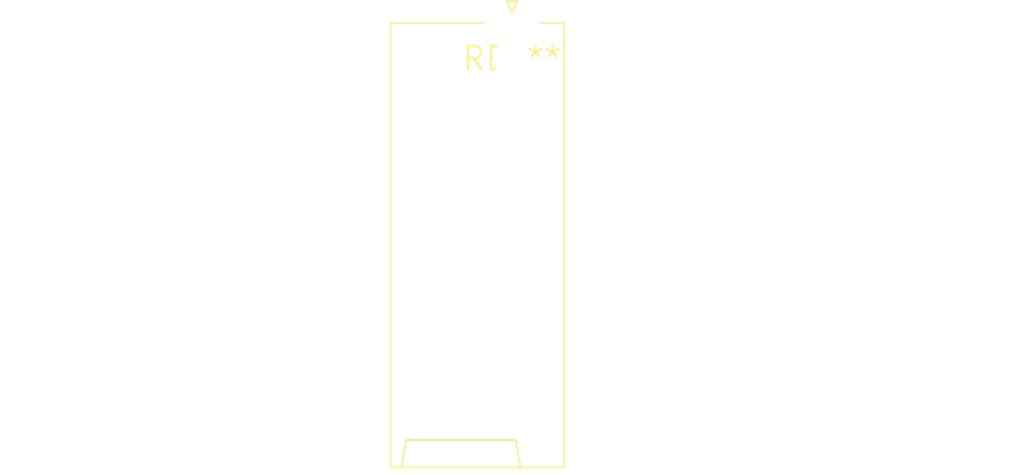
<source format=kicad_pcb>
(kicad_pcb (version 20240108) (generator pcbnew)
  (layers (0 "F.Cu" signal) (31 "B.Cu" signal) (34 "B.Paste" user) (35 "F.Paste" user) (36 "B.SilkS" user "B.Silkscreen") (37 "F.SilkS" user "F.Silkscreen") (38 "B.Mask" user) (39 "F.Mask" user) (44 "Edge.Cuts" user))
  (net 0 "")
  (footprint "PhoenixContact_SPT_5_1-H-7.5_1x01_P7.5mm_Horizontal" (layer "F.Cu") (at 0 0)
    (property "Reference" "REF**")
    (property "Value" "PhoenixContact_SPT_5_1-H-7.5_1x01_P7.5mm_Horizontal")
    (fp_line (start -6.66 -1.96) (end -1.6 -1.96) (layer "F.SilkS") (stroke (width 0.12)))
    (fp_line (start -6.66 22.41) (end -6.66 -1.96) (layer "F.SilkS") (stroke (width 0.12)))
    (fp_line (start -6.05 22.41) (end -5.8 20.91) (layer "F.SilkS") (stroke (width 0.12)))
    (fp_line (start -5.8 20.91) (end 0.2 20.91) (layer "F.SilkS") (stroke (width 0.12)))
    (fp_line (start -0.3 -3.15) (end 0 -2.55) (layer "F.SilkS") (stroke (width 0.12)))
    (fp_line (start -0.3 -3.15) (end 0.3 -3.15) (layer "F.SilkS") (stroke (width 0.12)))
    (fp_line (start 0.3 -3.15) (end 0 -2.55) (layer "F.SilkS") (stroke (width 0.12)))
    (fp_line (start 0.45 22.41) (end 0.2 20.91) (layer "F.SilkS") (stroke (width 0.12)))
    (fp_line (start 1.6 -1.96) (end 2.86 -1.96) (layer "F.SilkS") (stroke (width 0.12)))
    (fp_line (start 2.86 -1.96) (end 2.86 22.41) (layer "F.SilkS") (stroke (width 0.12)))
    (fp_line (start 2.86 22.41) (end -6.66 22.41) (layer "F.SilkS") (stroke (width 0.12)))
    (pad "1" thru_hole roundrect (at 0 0) (size 2.8 4.3) (drill 2.1) (layers *.Cu *.Mask) (remove_unused_layers) (roundrect_rratio 0.089286))
    (pad "1" thru_hole roundrect (at 0 13.2) (size 2.8 4.3) (drill 2.1) (layers *.Cu *.Mask) (remove_unused_layers) (roundrect_rratio 0.089286))
  )
)
</source>
